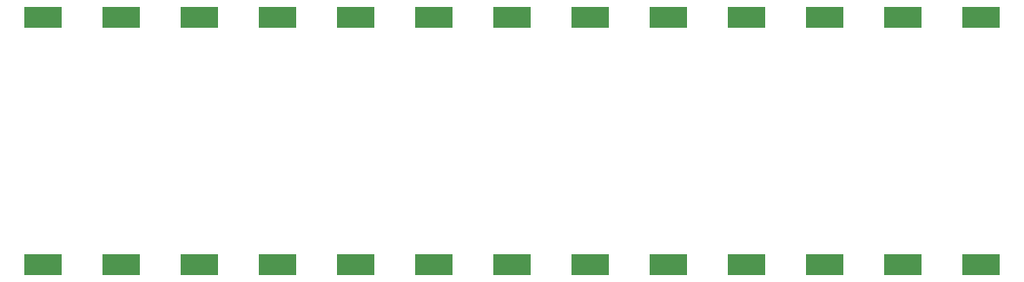
<source format=gbr>
G04 start of page 9 for group -4015 idx -4015 *
G04 Title: (unknown), toppaste *
G04 Creator: pcb 20110918 *
G04 CreationDate: Wed Jul 18 21:40:28 2012 UTC *
G04 For: fosse *
G04 Format: Gerber/RS-274X *
G04 PCB-Dimensions: 476000 152000 *
G04 PCB-Coordinate-Origin: lower left *
%MOIN*%
%FSLAX25Y25*%
%LNTOPPASTE*%
%ADD74R,0.0807X0.0807*%
G54D74*X253891Y123538D02*X260190D01*
X433851Y28500D02*X440150D01*
X403871Y28520D02*X410170D01*
X373871D02*X380170D01*
X343871D02*X350170D01*
X313871D02*X320170D01*
X283871D02*X290170D01*
X253871D02*X260170D01*
X223890Y28500D02*X230189D01*
X163871Y28520D02*X170170D01*
X133871D02*X140170D01*
X103870D02*X110169D01*
X73871D02*X80170D01*
X193891Y28540D02*X200190D01*
X433891Y123539D02*X440190D01*
X403891Y123538D02*X410190D01*
X373891D02*X380190D01*
X343891D02*X350190D01*
X313871Y123519D02*X320170D01*
X283891Y123538D02*X290190D01*
X223871Y123519D02*X230170D01*
X193891Y123538D02*X200190D01*
X163891D02*X170190D01*
X133891D02*X140190D01*
X103891D02*X110190D01*
X73891D02*X80190D01*
M02*

</source>
